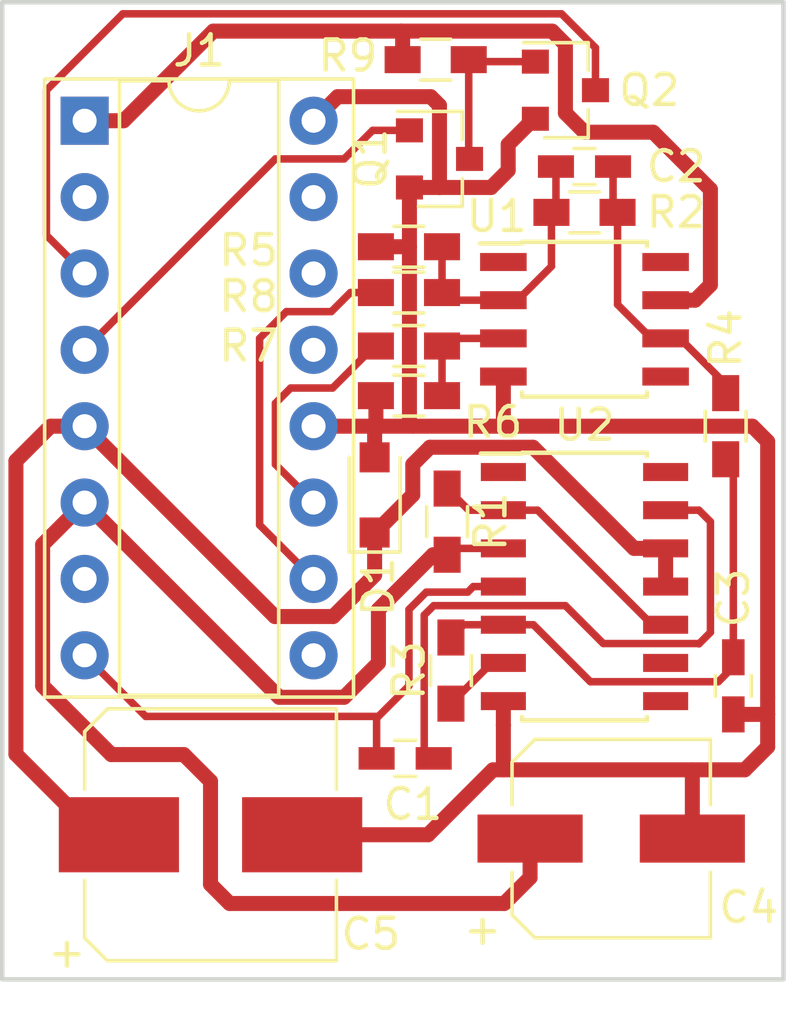
<source format=kicad_pcb>
(kicad_pcb (version 20171130) (host pcbnew "(5.0.0)")

  (general
    (thickness 1.6)
    (drawings 4)
    (tracks 177)
    (zones 0)
    (modules 20)
    (nets 31)
  )

  (page A4)
  (layers
    (0 F.Cu signal)
    (31 B.Cu signal)
    (32 B.Adhes user)
    (33 F.Adhes user)
    (34 B.Paste user)
    (35 F.Paste user)
    (36 B.SilkS user)
    (37 F.SilkS user)
    (38 B.Mask user)
    (39 F.Mask user)
    (40 Dwgs.User user)
    (41 Cmts.User user)
    (42 Eco1.User user)
    (43 Eco2.User user)
    (44 Edge.Cuts user)
    (45 Margin user)
    (46 B.CrtYd user)
    (47 F.CrtYd user)
    (48 B.Fab user hide)
    (49 F.Fab user hide)
  )

  (setup
    (last_trace_width 0.5)
    (user_trace_width 0.35)
    (user_trace_width 0.5)
    (trace_clearance 0.2)
    (zone_clearance 0.508)
    (zone_45_only no)
    (trace_min 0.2)
    (segment_width 0.2)
    (edge_width 0.15)
    (via_size 0.8)
    (via_drill 0.4)
    (via_min_size 0.4)
    (via_min_drill 0.3)
    (uvia_size 0.3)
    (uvia_drill 0.1)
    (uvias_allowed no)
    (uvia_min_size 0.2)
    (uvia_min_drill 0.1)
    (pcb_text_width 0.3)
    (pcb_text_size 1.5 1.5)
    (mod_edge_width 0.15)
    (mod_text_size 1 1)
    (mod_text_width 0.15)
    (pad_size 1.524 1.524)
    (pad_drill 0.762)
    (pad_to_mask_clearance 0.2)
    (aux_axis_origin 0 0)
    (visible_elements FFFFFF7F)
    (pcbplotparams
      (layerselection 0x010fc_ffffffff)
      (usegerberextensions false)
      (usegerberattributes false)
      (usegerberadvancedattributes false)
      (creategerberjobfile false)
      (excludeedgelayer true)
      (linewidth 0.100000)
      (plotframeref false)
      (viasonmask false)
      (mode 1)
      (useauxorigin false)
      (hpglpennumber 1)
      (hpglpenspeed 20)
      (hpglpendiameter 15.000000)
      (psnegative false)
      (psa4output false)
      (plotreference true)
      (plotvalue true)
      (plotinvisibletext false)
      (padsonsilk false)
      (subtractmaskfromsilk false)
      (outputformat 1)
      (mirror false)
      (drillshape 1)
      (scaleselection 1)
      (outputdirectory ""))
  )

  (net 0 "")
  (net 1 TCA530_8)
  (net 2 "Net-(C1-Pad1)")
  (net 3 "Net-(C2-Pad1)")
  (net 4 "Net-(C2-Pad2)")
  (net 5 GND)
  (net 6 VREF)
  (net 7 VCC)
  (net 8 "Net-(J1-Pad15)")
  (net 9 "Net-(J1-Pad7)")
  (net 10 "Net-(J1-Pad14)")
  (net 11 TCA530_6)
  (net 12 "Net-(J1-Pad13)")
  (net 13 TCA530_4)
  (net 14 TCA530_11)
  (net 15 TCA530_3)
  (net 16 TCA530_10)
  (net 17 "Net-(J1-Pad2)")
  (net 18 "Net-(J1-Pad9)")
  (net 19 +15V)
  (net 20 "Net-(Q1-Pad3)")
  (net 21 "Net-(R3-Pad2)")
  (net 22 "Net-(R6-Pad1)")
  (net 23 "Net-(U1-Pad8)")
  (net 24 "Net-(U1-Pad5)")
  (net 25 "Net-(U1-Pad1)")
  (net 26 "Net-(U2-Pad14)")
  (net 27 "Net-(U2-Pad9)")
  (net 28 "Net-(U2-Pad8)")
  (net 29 "Net-(U2-Pad1)")
  (net 30 "Net-(R1-Pad1)")

  (net_class Default "This is the default net class."
    (clearance 0.2)
    (trace_width 0.25)
    (via_dia 0.8)
    (via_drill 0.4)
    (uvia_dia 0.3)
    (uvia_drill 0.1)
    (add_net +15V)
    (add_net GND)
    (add_net "Net-(C1-Pad1)")
    (add_net "Net-(C2-Pad1)")
    (add_net "Net-(C2-Pad2)")
    (add_net "Net-(J1-Pad13)")
    (add_net "Net-(J1-Pad14)")
    (add_net "Net-(J1-Pad15)")
    (add_net "Net-(J1-Pad2)")
    (add_net "Net-(J1-Pad7)")
    (add_net "Net-(J1-Pad9)")
    (add_net "Net-(Q1-Pad3)")
    (add_net "Net-(R1-Pad1)")
    (add_net "Net-(R3-Pad2)")
    (add_net "Net-(R6-Pad1)")
    (add_net "Net-(U1-Pad1)")
    (add_net "Net-(U1-Pad5)")
    (add_net "Net-(U1-Pad8)")
    (add_net "Net-(U2-Pad1)")
    (add_net "Net-(U2-Pad14)")
    (add_net "Net-(U2-Pad8)")
    (add_net "Net-(U2-Pad9)")
    (add_net TCA530_10)
    (add_net TCA530_11)
    (add_net TCA530_3)
    (add_net TCA530_4)
    (add_net TCA530_6)
    (add_net TCA530_8)
    (add_net VCC)
    (add_net VREF)
  )

  (module Capacitors_SMD:C_0603_HandSoldering (layer F.Cu) (tedit 58AA848B) (tstamp 5C68E6A2)
    (at 33.909 57.15 180)
    (descr "Capacitor SMD 0603, hand soldering")
    (tags "capacitor 0603")
    (path /5C9424D4)
    (attr smd)
    (fp_text reference C1 (at -0.254 -1.524 180) (layer F.SilkS)
      (effects (font (size 1 1) (thickness 0.15)))
    )
    (fp_text value 100pF (at 0 1.5 180) (layer F.Fab)
      (effects (font (size 1 1) (thickness 0.15)))
    )
    (fp_line (start 1.8 0.65) (end -1.8 0.65) (layer F.CrtYd) (width 0.05))
    (fp_line (start 1.8 0.65) (end 1.8 -0.65) (layer F.CrtYd) (width 0.05))
    (fp_line (start -1.8 -0.65) (end -1.8 0.65) (layer F.CrtYd) (width 0.05))
    (fp_line (start -1.8 -0.65) (end 1.8 -0.65) (layer F.CrtYd) (width 0.05))
    (fp_line (start 0.35 0.6) (end -0.35 0.6) (layer F.SilkS) (width 0.12))
    (fp_line (start -0.35 -0.6) (end 0.35 -0.6) (layer F.SilkS) (width 0.12))
    (fp_line (start -0.8 -0.4) (end 0.8 -0.4) (layer F.Fab) (width 0.1))
    (fp_line (start 0.8 -0.4) (end 0.8 0.4) (layer F.Fab) (width 0.1))
    (fp_line (start 0.8 0.4) (end -0.8 0.4) (layer F.Fab) (width 0.1))
    (fp_line (start -0.8 0.4) (end -0.8 -0.4) (layer F.Fab) (width 0.1))
    (fp_text user %R (at 0 -1.25 180) (layer F.Fab)
      (effects (font (size 1 1) (thickness 0.15)))
    )
    (pad 2 smd rect (at 0.95 0 180) (size 1.2 0.75) (layers F.Cu F.Paste F.Mask)
      (net 1 TCA530_8))
    (pad 1 smd rect (at -0.95 0 180) (size 1.2 0.75) (layers F.Cu F.Paste F.Mask)
      (net 2 "Net-(C1-Pad1)"))
    (model Capacitors_SMD.3dshapes/C_0603.wrl
      (at (xyz 0 0 0))
      (scale (xyz 1 1 1))
      (rotate (xyz 0 0 0))
    )
  )

  (module Capacitors_SMD:C_0603_HandSoldering (layer F.Cu) (tedit 58AA848B) (tstamp 5C68E6B3)
    (at 39.878 37.465 180)
    (descr "Capacitor SMD 0603, hand soldering")
    (tags "capacitor 0603")
    (path /5C942536)
    (attr smd)
    (fp_text reference C2 (at -3.048 0 180) (layer F.SilkS)
      (effects (font (size 1 1) (thickness 0.15)))
    )
    (fp_text value 1nF (at 0 1.5 180) (layer F.Fab)
      (effects (font (size 1 1) (thickness 0.15)))
    )
    (fp_text user %R (at 0 -1.25 180) (layer F.Fab)
      (effects (font (size 1 1) (thickness 0.15)))
    )
    (fp_line (start -0.8 0.4) (end -0.8 -0.4) (layer F.Fab) (width 0.1))
    (fp_line (start 0.8 0.4) (end -0.8 0.4) (layer F.Fab) (width 0.1))
    (fp_line (start 0.8 -0.4) (end 0.8 0.4) (layer F.Fab) (width 0.1))
    (fp_line (start -0.8 -0.4) (end 0.8 -0.4) (layer F.Fab) (width 0.1))
    (fp_line (start -0.35 -0.6) (end 0.35 -0.6) (layer F.SilkS) (width 0.12))
    (fp_line (start 0.35 0.6) (end -0.35 0.6) (layer F.SilkS) (width 0.12))
    (fp_line (start -1.8 -0.65) (end 1.8 -0.65) (layer F.CrtYd) (width 0.05))
    (fp_line (start -1.8 -0.65) (end -1.8 0.65) (layer F.CrtYd) (width 0.05))
    (fp_line (start 1.8 0.65) (end 1.8 -0.65) (layer F.CrtYd) (width 0.05))
    (fp_line (start 1.8 0.65) (end -1.8 0.65) (layer F.CrtYd) (width 0.05))
    (pad 1 smd rect (at -0.95 0 180) (size 1.2 0.75) (layers F.Cu F.Paste F.Mask)
      (net 3 "Net-(C2-Pad1)"))
    (pad 2 smd rect (at 0.95 0 180) (size 1.2 0.75) (layers F.Cu F.Paste F.Mask)
      (net 4 "Net-(C2-Pad2)"))
    (model Capacitors_SMD.3dshapes/C_0603.wrl
      (at (xyz 0 0 0))
      (scale (xyz 1 1 1))
      (rotate (xyz 0 0 0))
    )
  )

  (module Capacitors_SMD:C_0603_HandSoldering (layer F.Cu) (tedit 58AA848B) (tstamp 5C68E6C4)
    (at 44.831 54.737 270)
    (descr "Capacitor SMD 0603, hand soldering")
    (tags "capacitor 0603")
    (path /5C942006)
    (attr smd)
    (fp_text reference C3 (at -2.921 0 270) (layer F.SilkS)
      (effects (font (size 1 1) (thickness 0.15)))
    )
    (fp_text value 10uF/16V (at 0 1.5 270) (layer F.Fab)
      (effects (font (size 1 1) (thickness 0.15)))
    )
    (fp_line (start 1.8 0.65) (end -1.8 0.65) (layer F.CrtYd) (width 0.05))
    (fp_line (start 1.8 0.65) (end 1.8 -0.65) (layer F.CrtYd) (width 0.05))
    (fp_line (start -1.8 -0.65) (end -1.8 0.65) (layer F.CrtYd) (width 0.05))
    (fp_line (start -1.8 -0.65) (end 1.8 -0.65) (layer F.CrtYd) (width 0.05))
    (fp_line (start 0.35 0.6) (end -0.35 0.6) (layer F.SilkS) (width 0.12))
    (fp_line (start -0.35 -0.6) (end 0.35 -0.6) (layer F.SilkS) (width 0.12))
    (fp_line (start -0.8 -0.4) (end 0.8 -0.4) (layer F.Fab) (width 0.1))
    (fp_line (start 0.8 -0.4) (end 0.8 0.4) (layer F.Fab) (width 0.1))
    (fp_line (start 0.8 0.4) (end -0.8 0.4) (layer F.Fab) (width 0.1))
    (fp_line (start -0.8 0.4) (end -0.8 -0.4) (layer F.Fab) (width 0.1))
    (fp_text user %R (at 0 -1.25 270) (layer F.Fab)
      (effects (font (size 1 1) (thickness 0.15)))
    )
    (pad 2 smd rect (at 0.95 0 270) (size 1.2 0.75) (layers F.Cu F.Paste F.Mask)
      (net 5 GND))
    (pad 1 smd rect (at -0.95 0 270) (size 1.2 0.75) (layers F.Cu F.Paste F.Mask)
      (net 6 VREF))
    (model Capacitors_SMD.3dshapes/C_0603.wrl
      (at (xyz 0 0 0))
      (scale (xyz 1 1 1))
      (rotate (xyz 0 0 0))
    )
  )

  (module Capacitors_SMD:CP_Elec_6.3x5.3 (layer F.Cu) (tedit 58AA8B2D) (tstamp 5C68E6E0)
    (at 40.767 59.817)
    (descr "SMT capacitor, aluminium electrolytic, 6.3x5.3")
    (path /5C9420D0)
    (attr smd)
    (fp_text reference C4 (at 4.572 2.286) (layer F.SilkS)
      (effects (font (size 1 1) (thickness 0.15)))
    )
    (fp_text value 10uF/50V (at 0 -4.56) (layer F.Fab)
      (effects (font (size 1 1) (thickness 0.15)))
    )
    (fp_line (start 4.7 3.4) (end -4.7 3.4) (layer F.CrtYd) (width 0.05))
    (fp_line (start 4.7 3.4) (end 4.7 -3.4) (layer F.CrtYd) (width 0.05))
    (fp_line (start -4.7 -3.4) (end -4.7 3.4) (layer F.CrtYd) (width 0.05))
    (fp_line (start -4.7 -3.4) (end 4.7 -3.4) (layer F.CrtYd) (width 0.05))
    (fp_line (start -2.54 -3.3) (end 3.3 -3.3) (layer F.SilkS) (width 0.12))
    (fp_line (start -3.3 -2.54) (end -2.54 -3.3) (layer F.SilkS) (width 0.12))
    (fp_line (start -2.54 3.3) (end -3.3 2.54) (layer F.SilkS) (width 0.12))
    (fp_line (start 3.3 3.3) (end -2.54 3.3) (layer F.SilkS) (width 0.12))
    (fp_line (start -3.3 -2.54) (end -3.3 -1.12) (layer F.SilkS) (width 0.12))
    (fp_line (start -3.3 2.54) (end -3.3 1.12) (layer F.SilkS) (width 0.12))
    (fp_line (start 3.3 -3.3) (end 3.3 -1.12) (layer F.SilkS) (width 0.12))
    (fp_line (start 3.3 3.3) (end 3.3 1.12) (layer F.SilkS) (width 0.12))
    (fp_line (start 3.15 -3.15) (end -2.48 -3.15) (layer F.Fab) (width 0.1))
    (fp_line (start -2.48 -3.15) (end -3.15 -2.48) (layer F.Fab) (width 0.1))
    (fp_line (start -3.15 -2.48) (end -3.15 2.48) (layer F.Fab) (width 0.1))
    (fp_line (start -3.15 2.48) (end -2.48 3.15) (layer F.Fab) (width 0.1))
    (fp_line (start -2.48 3.15) (end 3.15 3.15) (layer F.Fab) (width 0.1))
    (fp_line (start 3.15 3.15) (end 3.15 -3.15) (layer F.Fab) (width 0.1))
    (fp_text user %R (at 0 4.56) (layer F.Fab)
      (effects (font (size 1 1) (thickness 0.15)))
    )
    (fp_text user + (at -4.28 3.01) (layer F.SilkS)
      (effects (font (size 1 1) (thickness 0.15)))
    )
    (fp_text user + (at -1.75 -0.08) (layer F.Fab)
      (effects (font (size 1 1) (thickness 0.15)))
    )
    (fp_circle (center 0 0) (end 0.6 3) (layer F.Fab) (width 0.1))
    (pad 2 smd rect (at 2.7 0 180) (size 3.5 1.6) (layers F.Cu F.Paste F.Mask)
      (net 5 GND))
    (pad 1 smd rect (at -2.7 0 180) (size 3.5 1.6) (layers F.Cu F.Paste F.Mask)
      (net 11 TCA530_6))
    (model Capacitors_SMD.3dshapes/CP_Elec_6.3x5.3.wrl
      (at (xyz 0 0 0))
      (scale (xyz 1 1 1))
      (rotate (xyz 0 0 180))
    )
  )

  (module Capacitors_SMD:CP_Elec_8x10 (layer F.Cu) (tedit 58AA9153) (tstamp 5C68E6FC)
    (at 27.432 59.69)
    (descr "SMT capacitor, aluminium electrolytic, 8x10")
    (path /5C942219)
    (attr smd)
    (fp_text reference C5 (at 5.334 3.302 180) (layer F.SilkS)
      (effects (font (size 1 1) (thickness 0.15)))
    )
    (fp_text value 47uF/50V (at 0 -5.45) (layer F.Fab)
      (effects (font (size 1 1) (thickness 0.15)))
    )
    (fp_line (start 5.3 4.29) (end -5.3 4.29) (layer F.CrtYd) (width 0.05))
    (fp_line (start 5.3 4.29) (end 5.3 -4.29) (layer F.CrtYd) (width 0.05))
    (fp_line (start -5.3 -4.29) (end -5.3 4.29) (layer F.CrtYd) (width 0.05))
    (fp_line (start -5.3 -4.29) (end 5.3 -4.29) (layer F.CrtYd) (width 0.05))
    (fp_line (start -3.43 -4.19) (end 4.19 -4.19) (layer F.SilkS) (width 0.12))
    (fp_line (start -4.19 -3.43) (end -3.43 -4.19) (layer F.SilkS) (width 0.12))
    (fp_line (start -3.43 4.19) (end -4.19 3.43) (layer F.SilkS) (width 0.12))
    (fp_line (start 4.19 4.19) (end -3.43 4.19) (layer F.SilkS) (width 0.12))
    (fp_line (start -4.19 3.43) (end -4.19 1.51) (layer F.SilkS) (width 0.12))
    (fp_line (start -4.19 -3.43) (end -4.19 -1.51) (layer F.SilkS) (width 0.12))
    (fp_line (start 4.19 -4.19) (end 4.19 -1.51) (layer F.SilkS) (width 0.12))
    (fp_line (start 4.19 4.19) (end 4.19 1.51) (layer F.SilkS) (width 0.12))
    (fp_line (start 4.04 -4.04) (end -3.37 -4.04) (layer F.Fab) (width 0.1))
    (fp_line (start -3.37 -4.04) (end -4.04 -3.37) (layer F.Fab) (width 0.1))
    (fp_line (start -4.04 -3.37) (end -4.04 3.37) (layer F.Fab) (width 0.1))
    (fp_line (start -4.04 3.37) (end -3.37 4.04) (layer F.Fab) (width 0.1))
    (fp_line (start -3.37 4.04) (end 4.04 4.04) (layer F.Fab) (width 0.1))
    (fp_line (start 4.04 4.04) (end 4.04 -4.04) (layer F.Fab) (width 0.1))
    (fp_text user %R (at 0 5.45) (layer F.Fab)
      (effects (font (size 1 1) (thickness 0.15)))
    )
    (fp_text user + (at -4.78 3.9) (layer F.SilkS)
      (effects (font (size 1 1) (thickness 0.15)))
    )
    (fp_text user + (at -2.31 -0.08) (layer F.Fab)
      (effects (font (size 1 1) (thickness 0.15)))
    )
    (fp_circle (center 0 0) (end -0.6 3.9) (layer F.Fab) (width 0.1))
    (pad 2 smd rect (at 3.05 0 180) (size 4 2.5) (layers F.Cu F.Paste F.Mask)
      (net 5 GND))
    (pad 1 smd rect (at -3.05 0 180) (size 4 2.5) (layers F.Cu F.Paste F.Mask)
      (net 7 VCC))
    (model Capacitors_SMD.3dshapes/CP_Elec_8x10.wrl
      (at (xyz 0 0 0))
      (scale (xyz 1 1 1))
      (rotate (xyz 0 0 180))
    )
  )

  (module Diodes_SMD:D_SOD-323_HandSoldering (layer F.Cu) (tedit 58641869) (tstamp 5C68E714)
    (at 32.893 48.387 90)
    (descr SOD-323)
    (tags SOD-323)
    (path /5C9422A2)
    (attr smd)
    (fp_text reference D1 (at -3.048 0.127 90) (layer F.SilkS)
      (effects (font (size 1 1) (thickness 0.15)))
    )
    (fp_text value PZU33V (at 0.1 1.9 90) (layer F.Fab)
      (effects (font (size 1 1) (thickness 0.15)))
    )
    (fp_line (start -1.9 -0.85) (end 1.25 -0.85) (layer F.SilkS) (width 0.12))
    (fp_line (start -1.9 0.85) (end 1.25 0.85) (layer F.SilkS) (width 0.12))
    (fp_line (start -2 -0.95) (end -2 0.95) (layer F.CrtYd) (width 0.05))
    (fp_line (start -2 0.95) (end 2 0.95) (layer F.CrtYd) (width 0.05))
    (fp_line (start 2 -0.95) (end 2 0.95) (layer F.CrtYd) (width 0.05))
    (fp_line (start -2 -0.95) (end 2 -0.95) (layer F.CrtYd) (width 0.05))
    (fp_line (start -0.9 -0.7) (end 0.9 -0.7) (layer F.Fab) (width 0.1))
    (fp_line (start 0.9 -0.7) (end 0.9 0.7) (layer F.Fab) (width 0.1))
    (fp_line (start 0.9 0.7) (end -0.9 0.7) (layer F.Fab) (width 0.1))
    (fp_line (start -0.9 0.7) (end -0.9 -0.7) (layer F.Fab) (width 0.1))
    (fp_line (start -0.3 -0.35) (end -0.3 0.35) (layer F.Fab) (width 0.1))
    (fp_line (start -0.3 0) (end -0.5 0) (layer F.Fab) (width 0.1))
    (fp_line (start -0.3 0) (end 0.2 -0.35) (layer F.Fab) (width 0.1))
    (fp_line (start 0.2 -0.35) (end 0.2 0.35) (layer F.Fab) (width 0.1))
    (fp_line (start 0.2 0.35) (end -0.3 0) (layer F.Fab) (width 0.1))
    (fp_line (start 0.2 0) (end 0.45 0) (layer F.Fab) (width 0.1))
    (fp_line (start -1.9 -0.85) (end -1.9 0.85) (layer F.SilkS) (width 0.12))
    (fp_text user %R (at 0 -1.85 90) (layer F.Fab)
      (effects (font (size 1 1) (thickness 0.15)))
    )
    (pad 2 smd rect (at 1.25 0 90) (size 1 1) (layers F.Cu F.Paste F.Mask)
      (net 5 GND))
    (pad 1 smd rect (at -1.25 0 90) (size 1 1) (layers F.Cu F.Paste F.Mask)
      (net 7 VCC))
    (model ${KISYS3DMOD}/Diodes_SMD.3dshapes/D_SOD-323.wrl
      (at (xyz 0 0 0))
      (scale (xyz 1 1 1))
      (rotate (xyz 0 0 0))
    )
  )

  (module TO_SOT_Packages_SMD:SOT-23 (layer F.Cu) (tedit 58CE4E7E) (tstamp 5C68E74D)
    (at 35.052 37.211)
    (descr "SOT-23, Standard")
    (tags SOT-23)
    (path /5C9418B0)
    (attr smd)
    (fp_text reference Q1 (at -2.286 0 90) (layer F.SilkS)
      (effects (font (size 1 1) (thickness 0.15)))
    )
    (fp_text value BC846B (at 0 2.5) (layer F.Fab)
      (effects (font (size 1 1) (thickness 0.15)))
    )
    (fp_line (start 0.76 1.58) (end -0.7 1.58) (layer F.SilkS) (width 0.12))
    (fp_line (start 0.76 -1.58) (end -1.4 -1.58) (layer F.SilkS) (width 0.12))
    (fp_line (start -1.7 1.75) (end -1.7 -1.75) (layer F.CrtYd) (width 0.05))
    (fp_line (start 1.7 1.75) (end -1.7 1.75) (layer F.CrtYd) (width 0.05))
    (fp_line (start 1.7 -1.75) (end 1.7 1.75) (layer F.CrtYd) (width 0.05))
    (fp_line (start -1.7 -1.75) (end 1.7 -1.75) (layer F.CrtYd) (width 0.05))
    (fp_line (start 0.76 -1.58) (end 0.76 -0.65) (layer F.SilkS) (width 0.12))
    (fp_line (start 0.76 1.58) (end 0.76 0.65) (layer F.SilkS) (width 0.12))
    (fp_line (start -0.7 1.52) (end 0.7 1.52) (layer F.Fab) (width 0.1))
    (fp_line (start 0.7 -1.52) (end 0.7 1.52) (layer F.Fab) (width 0.1))
    (fp_line (start -0.7 -0.95) (end -0.15 -1.52) (layer F.Fab) (width 0.1))
    (fp_line (start -0.15 -1.52) (end 0.7 -1.52) (layer F.Fab) (width 0.1))
    (fp_line (start -0.7 -0.95) (end -0.7 1.5) (layer F.Fab) (width 0.1))
    (fp_text user %R (at 0 0 90) (layer F.Fab)
      (effects (font (size 0.5 0.5) (thickness 0.075)))
    )
    (pad 3 smd rect (at 1 0) (size 0.9 0.8) (layers F.Cu F.Paste F.Mask)
      (net 20 "Net-(Q1-Pad3)"))
    (pad 2 smd rect (at -1 0.95) (size 0.9 0.8) (layers F.Cu F.Paste F.Mask)
      (net 5 GND))
    (pad 1 smd rect (at -1 -0.95) (size 0.9 0.8) (layers F.Cu F.Paste F.Mask)
      (net 13 TCA530_4))
    (model ${KISYS3DMOD}/TO_SOT_Packages_SMD.3dshapes/SOT-23.wrl
      (at (xyz 0 0 0))
      (scale (xyz 1 1 1))
      (rotate (xyz 0 0 90))
    )
  )

  (module TO_SOT_Packages_SMD:SOT-23 (layer F.Cu) (tedit 58CE4E7E) (tstamp 5C68E762)
    (at 39.243 34.925)
    (descr "SOT-23, Standard")
    (tags SOT-23)
    (path /5C942761)
    (attr smd)
    (fp_text reference Q2 (at 2.794 0) (layer F.SilkS)
      (effects (font (size 1 1) (thickness 0.15)))
    )
    (fp_text value BC846B (at 0 2.5) (layer F.Fab)
      (effects (font (size 1 1) (thickness 0.15)))
    )
    (fp_text user %R (at 0 0 90) (layer F.Fab)
      (effects (font (size 0.5 0.5) (thickness 0.075)))
    )
    (fp_line (start -0.7 -0.95) (end -0.7 1.5) (layer F.Fab) (width 0.1))
    (fp_line (start -0.15 -1.52) (end 0.7 -1.52) (layer F.Fab) (width 0.1))
    (fp_line (start -0.7 -0.95) (end -0.15 -1.52) (layer F.Fab) (width 0.1))
    (fp_line (start 0.7 -1.52) (end 0.7 1.52) (layer F.Fab) (width 0.1))
    (fp_line (start -0.7 1.52) (end 0.7 1.52) (layer F.Fab) (width 0.1))
    (fp_line (start 0.76 1.58) (end 0.76 0.65) (layer F.SilkS) (width 0.12))
    (fp_line (start 0.76 -1.58) (end 0.76 -0.65) (layer F.SilkS) (width 0.12))
    (fp_line (start -1.7 -1.75) (end 1.7 -1.75) (layer F.CrtYd) (width 0.05))
    (fp_line (start 1.7 -1.75) (end 1.7 1.75) (layer F.CrtYd) (width 0.05))
    (fp_line (start 1.7 1.75) (end -1.7 1.75) (layer F.CrtYd) (width 0.05))
    (fp_line (start -1.7 1.75) (end -1.7 -1.75) (layer F.CrtYd) (width 0.05))
    (fp_line (start 0.76 -1.58) (end -1.4 -1.58) (layer F.SilkS) (width 0.12))
    (fp_line (start 0.76 1.58) (end -0.7 1.58) (layer F.SilkS) (width 0.12))
    (pad 1 smd rect (at -1 -0.95) (size 0.9 0.8) (layers F.Cu F.Paste F.Mask)
      (net 20 "Net-(Q1-Pad3)"))
    (pad 2 smd rect (at -1 0.95) (size 0.9 0.8) (layers F.Cu F.Paste F.Mask)
      (net 5 GND))
    (pad 3 smd rect (at 1 0) (size 0.9 0.8) (layers F.Cu F.Paste F.Mask)
      (net 15 TCA530_3))
    (model ${KISYS3DMOD}/TO_SOT_Packages_SMD.3dshapes/SOT-23.wrl
      (at (xyz 0 0 0))
      (scale (xyz 1 1 1))
      (rotate (xyz 0 0 90))
    )
  )

  (module Resistors_SMD:R_0603_HandSoldering (layer F.Cu) (tedit 58E0A804) (tstamp 5C68F0B8)
    (at 35.306 49.276 270)
    (descr "Resistor SMD 0603, hand soldering")
    (tags "resistor 0603")
    (path /5C94234D)
    (attr smd)
    (fp_text reference R1 (at 0 -1.45 270) (layer F.SilkS)
      (effects (font (size 1 1) (thickness 0.15)))
    )
    (fp_text value 6R8 (at 0 1.55 270) (layer F.Fab)
      (effects (font (size 1 1) (thickness 0.15)))
    )
    (fp_line (start 1.95 0.7) (end -1.96 0.7) (layer F.CrtYd) (width 0.05))
    (fp_line (start 1.95 0.7) (end 1.95 -0.7) (layer F.CrtYd) (width 0.05))
    (fp_line (start -1.96 -0.7) (end -1.96 0.7) (layer F.CrtYd) (width 0.05))
    (fp_line (start -1.96 -0.7) (end 1.95 -0.7) (layer F.CrtYd) (width 0.05))
    (fp_line (start -0.5 -0.68) (end 0.5 -0.68) (layer F.SilkS) (width 0.12))
    (fp_line (start 0.5 0.68) (end -0.5 0.68) (layer F.SilkS) (width 0.12))
    (fp_line (start -0.8 -0.4) (end 0.8 -0.4) (layer F.Fab) (width 0.1))
    (fp_line (start 0.8 -0.4) (end 0.8 0.4) (layer F.Fab) (width 0.1))
    (fp_line (start 0.8 0.4) (end -0.8 0.4) (layer F.Fab) (width 0.1))
    (fp_line (start -0.8 0.4) (end -0.8 -0.4) (layer F.Fab) (width 0.1))
    (fp_text user %R (at 0 0 270) (layer F.Fab)
      (effects (font (size 0.4 0.4) (thickness 0.075)))
    )
    (pad 2 smd rect (at 1.1 0 270) (size 1.2 0.9) (layers F.Cu F.Paste F.Mask)
      (net 11 TCA530_6))
    (pad 1 smd rect (at -1.1 0 270) (size 1.2 0.9) (layers F.Cu F.Paste F.Mask)
      (net 30 "Net-(R1-Pad1)"))
    (model ${KISYS3DMOD}/Resistors_SMD.3dshapes/R_0603.wrl
      (at (xyz 0 0 0))
      (scale (xyz 1 1 1))
      (rotate (xyz 0 0 0))
    )
  )

  (module Resistors_SMD:R_0603_HandSoldering (layer F.Cu) (tedit 58E0A804) (tstamp 5C68E784)
    (at 39.878 38.989 180)
    (descr "Resistor SMD 0603, hand soldering")
    (tags "resistor 0603")
    (path /5C941C3D)
    (attr smd)
    (fp_text reference R2 (at -3.048 0 180) (layer F.SilkS)
      (effects (font (size 1 1) (thickness 0.15)))
    )
    (fp_text value 100K (at 0 1.55 180) (layer F.Fab)
      (effects (font (size 1 1) (thickness 0.15)))
    )
    (fp_line (start 1.95 0.7) (end -1.96 0.7) (layer F.CrtYd) (width 0.05))
    (fp_line (start 1.95 0.7) (end 1.95 -0.7) (layer F.CrtYd) (width 0.05))
    (fp_line (start -1.96 -0.7) (end -1.96 0.7) (layer F.CrtYd) (width 0.05))
    (fp_line (start -1.96 -0.7) (end 1.95 -0.7) (layer F.CrtYd) (width 0.05))
    (fp_line (start -0.5 -0.68) (end 0.5 -0.68) (layer F.SilkS) (width 0.12))
    (fp_line (start 0.5 0.68) (end -0.5 0.68) (layer F.SilkS) (width 0.12))
    (fp_line (start -0.8 -0.4) (end 0.8 -0.4) (layer F.Fab) (width 0.1))
    (fp_line (start 0.8 -0.4) (end 0.8 0.4) (layer F.Fab) (width 0.1))
    (fp_line (start 0.8 0.4) (end -0.8 0.4) (layer F.Fab) (width 0.1))
    (fp_line (start -0.8 0.4) (end -0.8 -0.4) (layer F.Fab) (width 0.1))
    (fp_text user %R (at 0 0 180) (layer F.Fab)
      (effects (font (size 0.4 0.4) (thickness 0.075)))
    )
    (pad 2 smd rect (at 1.1 0 180) (size 1.2 0.9) (layers F.Cu F.Paste F.Mask)
      (net 4 "Net-(C2-Pad2)"))
    (pad 1 smd rect (at -1.1 0 180) (size 1.2 0.9) (layers F.Cu F.Paste F.Mask)
      (net 3 "Net-(C2-Pad1)"))
    (model ${KISYS3DMOD}/Resistors_SMD.3dshapes/R_0603.wrl
      (at (xyz 0 0 0))
      (scale (xyz 1 1 1))
      (rotate (xyz 0 0 0))
    )
  )

  (module Resistors_SMD:R_0603_HandSoldering (layer F.Cu) (tedit 58E0A804) (tstamp 5C68E795)
    (at 35.433 54.229 270)
    (descr "Resistor SMD 0603, hand soldering")
    (tags "resistor 0603")
    (path /5C941F61)
    (attr smd)
    (fp_text reference R3 (at 0 1.397 270) (layer F.SilkS)
      (effects (font (size 1 1) (thickness 0.15)))
    )
    (fp_text value 1K (at 0 1.55 270) (layer F.Fab)
      (effects (font (size 1 1) (thickness 0.15)))
    )
    (fp_line (start 1.95 0.7) (end -1.96 0.7) (layer F.CrtYd) (width 0.05))
    (fp_line (start 1.95 0.7) (end 1.95 -0.7) (layer F.CrtYd) (width 0.05))
    (fp_line (start -1.96 -0.7) (end -1.96 0.7) (layer F.CrtYd) (width 0.05))
    (fp_line (start -1.96 -0.7) (end 1.95 -0.7) (layer F.CrtYd) (width 0.05))
    (fp_line (start -0.5 -0.68) (end 0.5 -0.68) (layer F.SilkS) (width 0.12))
    (fp_line (start 0.5 0.68) (end -0.5 0.68) (layer F.SilkS) (width 0.12))
    (fp_line (start -0.8 -0.4) (end 0.8 -0.4) (layer F.Fab) (width 0.1))
    (fp_line (start 0.8 -0.4) (end 0.8 0.4) (layer F.Fab) (width 0.1))
    (fp_line (start 0.8 0.4) (end -0.8 0.4) (layer F.Fab) (width 0.1))
    (fp_line (start -0.8 0.4) (end -0.8 -0.4) (layer F.Fab) (width 0.1))
    (fp_text user %R (at 0 0 270) (layer F.Fab)
      (effects (font (size 0.4 0.4) (thickness 0.075)))
    )
    (pad 2 smd rect (at 1.1 0 270) (size 1.2 0.9) (layers F.Cu F.Paste F.Mask)
      (net 21 "Net-(R3-Pad2)"))
    (pad 1 smd rect (at -1.1 0 270) (size 1.2 0.9) (layers F.Cu F.Paste F.Mask)
      (net 6 VREF))
    (model ${KISYS3DMOD}/Resistors_SMD.3dshapes/R_0603.wrl
      (at (xyz 0 0 0))
      (scale (xyz 1 1 1))
      (rotate (xyz 0 0 0))
    )
  )

  (module Resistors_SMD:R_0603_HandSoldering (layer F.Cu) (tedit 58E0A804) (tstamp 5C68E7A6)
    (at 44.577 46.101 90)
    (descr "Resistor SMD 0603, hand soldering")
    (tags "resistor 0603")
    (path /5C941EBB)
    (attr smd)
    (fp_text reference R4 (at 2.921 0 90) (layer F.SilkS)
      (effects (font (size 1 1) (thickness 0.15)))
    )
    (fp_text value 10K (at 0 1.55 90) (layer F.Fab)
      (effects (font (size 1 1) (thickness 0.15)))
    )
    (fp_text user %R (at 0 0 90) (layer F.Fab)
      (effects (font (size 0.4 0.4) (thickness 0.075)))
    )
    (fp_line (start -0.8 0.4) (end -0.8 -0.4) (layer F.Fab) (width 0.1))
    (fp_line (start 0.8 0.4) (end -0.8 0.4) (layer F.Fab) (width 0.1))
    (fp_line (start 0.8 -0.4) (end 0.8 0.4) (layer F.Fab) (width 0.1))
    (fp_line (start -0.8 -0.4) (end 0.8 -0.4) (layer F.Fab) (width 0.1))
    (fp_line (start 0.5 0.68) (end -0.5 0.68) (layer F.SilkS) (width 0.12))
    (fp_line (start -0.5 -0.68) (end 0.5 -0.68) (layer F.SilkS) (width 0.12))
    (fp_line (start -1.96 -0.7) (end 1.95 -0.7) (layer F.CrtYd) (width 0.05))
    (fp_line (start -1.96 -0.7) (end -1.96 0.7) (layer F.CrtYd) (width 0.05))
    (fp_line (start 1.95 0.7) (end 1.95 -0.7) (layer F.CrtYd) (width 0.05))
    (fp_line (start 1.95 0.7) (end -1.96 0.7) (layer F.CrtYd) (width 0.05))
    (pad 1 smd rect (at -1.1 0 90) (size 1.2 0.9) (layers F.Cu F.Paste F.Mask)
      (net 6 VREF))
    (pad 2 smd rect (at 1.1 0 90) (size 1.2 0.9) (layers F.Cu F.Paste F.Mask)
      (net 3 "Net-(C2-Pad1)"))
    (model ${KISYS3DMOD}/Resistors_SMD.3dshapes/R_0603.wrl
      (at (xyz 0 0 0))
      (scale (xyz 1 1 1))
      (rotate (xyz 0 0 0))
    )
  )

  (module Resistors_SMD:R_0603_HandSoldering (layer F.Cu) (tedit 58E0A804) (tstamp 5C68E7B7)
    (at 34.036 40.132 180)
    (descr "Resistor SMD 0603, hand soldering")
    (tags "resistor 0603")
    (path /5C941B29)
    (attr smd)
    (fp_text reference R5 (at 5.334 -0.127 180) (layer F.SilkS)
      (effects (font (size 1 1) (thickness 0.15)))
    )
    (fp_text value 1M (at 0 1.55 180) (layer F.Fab)
      (effects (font (size 1 1) (thickness 0.15)))
    )
    (fp_text user %R (at 0 0 180) (layer F.Fab)
      (effects (font (size 0.4 0.4) (thickness 0.075)))
    )
    (fp_line (start -0.8 0.4) (end -0.8 -0.4) (layer F.Fab) (width 0.1))
    (fp_line (start 0.8 0.4) (end -0.8 0.4) (layer F.Fab) (width 0.1))
    (fp_line (start 0.8 -0.4) (end 0.8 0.4) (layer F.Fab) (width 0.1))
    (fp_line (start -0.8 -0.4) (end 0.8 -0.4) (layer F.Fab) (width 0.1))
    (fp_line (start 0.5 0.68) (end -0.5 0.68) (layer F.SilkS) (width 0.12))
    (fp_line (start -0.5 -0.68) (end 0.5 -0.68) (layer F.SilkS) (width 0.12))
    (fp_line (start -1.96 -0.7) (end 1.95 -0.7) (layer F.CrtYd) (width 0.05))
    (fp_line (start -1.96 -0.7) (end -1.96 0.7) (layer F.CrtYd) (width 0.05))
    (fp_line (start 1.95 0.7) (end 1.95 -0.7) (layer F.CrtYd) (width 0.05))
    (fp_line (start 1.95 0.7) (end -1.96 0.7) (layer F.CrtYd) (width 0.05))
    (pad 1 smd rect (at -1.1 0 180) (size 1.2 0.9) (layers F.Cu F.Paste F.Mask)
      (net 4 "Net-(C2-Pad2)"))
    (pad 2 smd rect (at 1.1 0 180) (size 1.2 0.9) (layers F.Cu F.Paste F.Mask)
      (net 5 GND))
    (model ${KISYS3DMOD}/Resistors_SMD.3dshapes/R_0603.wrl
      (at (xyz 0 0 0))
      (scale (xyz 1 1 1))
      (rotate (xyz 0 0 0))
    )
  )

  (module Resistors_SMD:R_0603_HandSoldering (layer F.Cu) (tedit 58E0A804) (tstamp 5C68E7C8)
    (at 34.036 45.085 180)
    (descr "Resistor SMD 0603, hand soldering")
    (tags "resistor 0603")
    (path /5C941A63)
    (attr smd)
    (fp_text reference R6 (at -2.794 -0.889 180) (layer F.SilkS)
      (effects (font (size 1 1) (thickness 0.15)))
    )
    (fp_text value 1M (at 0 1.55 180) (layer F.Fab)
      (effects (font (size 1 1) (thickness 0.15)))
    )
    (fp_line (start 1.95 0.7) (end -1.96 0.7) (layer F.CrtYd) (width 0.05))
    (fp_line (start 1.95 0.7) (end 1.95 -0.7) (layer F.CrtYd) (width 0.05))
    (fp_line (start -1.96 -0.7) (end -1.96 0.7) (layer F.CrtYd) (width 0.05))
    (fp_line (start -1.96 -0.7) (end 1.95 -0.7) (layer F.CrtYd) (width 0.05))
    (fp_line (start -0.5 -0.68) (end 0.5 -0.68) (layer F.SilkS) (width 0.12))
    (fp_line (start 0.5 0.68) (end -0.5 0.68) (layer F.SilkS) (width 0.12))
    (fp_line (start -0.8 -0.4) (end 0.8 -0.4) (layer F.Fab) (width 0.1))
    (fp_line (start 0.8 -0.4) (end 0.8 0.4) (layer F.Fab) (width 0.1))
    (fp_line (start 0.8 0.4) (end -0.8 0.4) (layer F.Fab) (width 0.1))
    (fp_line (start -0.8 0.4) (end -0.8 -0.4) (layer F.Fab) (width 0.1))
    (fp_text user %R (at 0 0 180) (layer F.Fab)
      (effects (font (size 0.4 0.4) (thickness 0.075)))
    )
    (pad 2 smd rect (at 1.1 0 180) (size 1.2 0.9) (layers F.Cu F.Paste F.Mask)
      (net 5 GND))
    (pad 1 smd rect (at -1.1 0 180) (size 1.2 0.9) (layers F.Cu F.Paste F.Mask)
      (net 22 "Net-(R6-Pad1)"))
    (model ${KISYS3DMOD}/Resistors_SMD.3dshapes/R_0603.wrl
      (at (xyz 0 0 0))
      (scale (xyz 1 1 1))
      (rotate (xyz 0 0 0))
    )
  )

  (module Resistors_SMD:R_0603_HandSoldering (layer F.Cu) (tedit 58E0A804) (tstamp 5C68E7D9)
    (at 34.036 43.434 180)
    (descr "Resistor SMD 0603, hand soldering")
    (tags "resistor 0603")
    (path /5C941D4C)
    (attr smd)
    (fp_text reference R7 (at 5.334 0 180) (layer F.SilkS)
      (effects (font (size 1 1) (thickness 0.15)))
    )
    (fp_text value 47K (at 0 1.55 180) (layer F.Fab)
      (effects (font (size 1 1) (thickness 0.15)))
    )
    (fp_text user %R (at 0 0 180) (layer F.Fab)
      (effects (font (size 0.4 0.4) (thickness 0.075)))
    )
    (fp_line (start -0.8 0.4) (end -0.8 -0.4) (layer F.Fab) (width 0.1))
    (fp_line (start 0.8 0.4) (end -0.8 0.4) (layer F.Fab) (width 0.1))
    (fp_line (start 0.8 -0.4) (end 0.8 0.4) (layer F.Fab) (width 0.1))
    (fp_line (start -0.8 -0.4) (end 0.8 -0.4) (layer F.Fab) (width 0.1))
    (fp_line (start 0.5 0.68) (end -0.5 0.68) (layer F.SilkS) (width 0.12))
    (fp_line (start -0.5 -0.68) (end 0.5 -0.68) (layer F.SilkS) (width 0.12))
    (fp_line (start -1.96 -0.7) (end 1.95 -0.7) (layer F.CrtYd) (width 0.05))
    (fp_line (start -1.96 -0.7) (end -1.96 0.7) (layer F.CrtYd) (width 0.05))
    (fp_line (start 1.95 0.7) (end 1.95 -0.7) (layer F.CrtYd) (width 0.05))
    (fp_line (start 1.95 0.7) (end -1.96 0.7) (layer F.CrtYd) (width 0.05))
    (pad 1 smd rect (at -1.1 0 180) (size 1.2 0.9) (layers F.Cu F.Paste F.Mask)
      (net 22 "Net-(R6-Pad1)"))
    (pad 2 smd rect (at 1.1 0 180) (size 1.2 0.9) (layers F.Cu F.Paste F.Mask)
      (net 14 TCA530_11))
    (model ${KISYS3DMOD}/Resistors_SMD.3dshapes/R_0603.wrl
      (at (xyz 0 0 0))
      (scale (xyz 1 1 1))
      (rotate (xyz 0 0 0))
    )
  )

  (module Resistors_SMD:R_0603_HandSoldering (layer F.Cu) (tedit 58E0A804) (tstamp 5C68E7EA)
    (at 34.036 41.656 180)
    (descr "Resistor SMD 0603, hand soldering")
    (tags "resistor 0603")
    (path /5C941E2C)
    (attr smd)
    (fp_text reference R8 (at 5.334 -0.127 180) (layer F.SilkS)
      (effects (font (size 1 1) (thickness 0.15)))
    )
    (fp_text value 47K (at 0 1.55 180) (layer F.Fab)
      (effects (font (size 1 1) (thickness 0.15)))
    )
    (fp_line (start 1.95 0.7) (end -1.96 0.7) (layer F.CrtYd) (width 0.05))
    (fp_line (start 1.95 0.7) (end 1.95 -0.7) (layer F.CrtYd) (width 0.05))
    (fp_line (start -1.96 -0.7) (end -1.96 0.7) (layer F.CrtYd) (width 0.05))
    (fp_line (start -1.96 -0.7) (end 1.95 -0.7) (layer F.CrtYd) (width 0.05))
    (fp_line (start -0.5 -0.68) (end 0.5 -0.68) (layer F.SilkS) (width 0.12))
    (fp_line (start 0.5 0.68) (end -0.5 0.68) (layer F.SilkS) (width 0.12))
    (fp_line (start -0.8 -0.4) (end 0.8 -0.4) (layer F.Fab) (width 0.1))
    (fp_line (start 0.8 -0.4) (end 0.8 0.4) (layer F.Fab) (width 0.1))
    (fp_line (start 0.8 0.4) (end -0.8 0.4) (layer F.Fab) (width 0.1))
    (fp_line (start -0.8 0.4) (end -0.8 -0.4) (layer F.Fab) (width 0.1))
    (fp_text user %R (at 0 0 180) (layer F.Fab)
      (effects (font (size 0.4 0.4) (thickness 0.075)))
    )
    (pad 2 smd rect (at 1.1 0 180) (size 1.2 0.9) (layers F.Cu F.Paste F.Mask)
      (net 16 TCA530_10))
    (pad 1 smd rect (at -1.1 0 180) (size 1.2 0.9) (layers F.Cu F.Paste F.Mask)
      (net 4 "Net-(C2-Pad2)"))
    (model ${KISYS3DMOD}/Resistors_SMD.3dshapes/R_0603.wrl
      (at (xyz 0 0 0))
      (scale (xyz 1 1 1))
      (rotate (xyz 0 0 0))
    )
  )

  (module Resistors_SMD:R_0603_HandSoldering (layer F.Cu) (tedit 58E0A804) (tstamp 5C68E7FB)
    (at 34.925 33.909)
    (descr "Resistor SMD 0603, hand soldering")
    (tags "resistor 0603")
    (path /5C9419B5)
    (attr smd)
    (fp_text reference R9 (at -2.921 -0.127) (layer F.SilkS)
      (effects (font (size 1 1) (thickness 0.15)))
    )
    (fp_text value 15K (at 0 1.55) (layer F.Fab)
      (effects (font (size 1 1) (thickness 0.15)))
    )
    (fp_text user %R (at 0 0) (layer F.Fab)
      (effects (font (size 0.4 0.4) (thickness 0.075)))
    )
    (fp_line (start -0.8 0.4) (end -0.8 -0.4) (layer F.Fab) (width 0.1))
    (fp_line (start 0.8 0.4) (end -0.8 0.4) (layer F.Fab) (width 0.1))
    (fp_line (start 0.8 -0.4) (end 0.8 0.4) (layer F.Fab) (width 0.1))
    (fp_line (start -0.8 -0.4) (end 0.8 -0.4) (layer F.Fab) (width 0.1))
    (fp_line (start 0.5 0.68) (end -0.5 0.68) (layer F.SilkS) (width 0.12))
    (fp_line (start -0.5 -0.68) (end 0.5 -0.68) (layer F.SilkS) (width 0.12))
    (fp_line (start -1.96 -0.7) (end 1.95 -0.7) (layer F.CrtYd) (width 0.05))
    (fp_line (start -1.96 -0.7) (end -1.96 0.7) (layer F.CrtYd) (width 0.05))
    (fp_line (start 1.95 0.7) (end 1.95 -0.7) (layer F.CrtYd) (width 0.05))
    (fp_line (start 1.95 0.7) (end -1.96 0.7) (layer F.CrtYd) (width 0.05))
    (pad 1 smd rect (at -1.1 0) (size 1.2 0.9) (layers F.Cu F.Paste F.Mask)
      (net 19 +15V))
    (pad 2 smd rect (at 1.1 0) (size 1.2 0.9) (layers F.Cu F.Paste F.Mask)
      (net 20 "Net-(Q1-Pad3)"))
    (model ${KISYS3DMOD}/Resistors_SMD.3dshapes/R_0603.wrl
      (at (xyz 0 0 0))
      (scale (xyz 1 1 1))
      (rotate (xyz 0 0 0))
    )
  )

  (module Housings_SOIC:SOIC-8_3.9x4.9mm_Pitch1.27mm (layer F.Cu) (tedit 58CD0CDA) (tstamp 5C68E818)
    (at 39.878 42.545)
    (descr "8-Lead Plastic Small Outline (SN) - Narrow, 3.90 mm Body [SOIC] (see Microchip Packaging Specification 00000049BS.pdf)")
    (tags "SOIC 1.27")
    (path /5C941BD2)
    (attr smd)
    (fp_text reference U1 (at -2.921 -3.429) (layer F.SilkS)
      (effects (font (size 1 1) (thickness 0.15)))
    )
    (fp_text value TL081 (at 0 3.5) (layer F.Fab)
      (effects (font (size 1 1) (thickness 0.15)))
    )
    (fp_line (start -2.075 -2.525) (end -3.475 -2.525) (layer F.SilkS) (width 0.15))
    (fp_line (start -2.075 2.575) (end 2.075 2.575) (layer F.SilkS) (width 0.15))
    (fp_line (start -2.075 -2.575) (end 2.075 -2.575) (layer F.SilkS) (width 0.15))
    (fp_line (start -2.075 2.575) (end -2.075 2.43) (layer F.SilkS) (width 0.15))
    (fp_line (start 2.075 2.575) (end 2.075 2.43) (layer F.SilkS) (width 0.15))
    (fp_line (start 2.075 -2.575) (end 2.075 -2.43) (layer F.SilkS) (width 0.15))
    (fp_line (start -2.075 -2.575) (end -2.075 -2.525) (layer F.SilkS) (width 0.15))
    (fp_line (start -3.73 2.7) (end 3.73 2.7) (layer F.CrtYd) (width 0.05))
    (fp_line (start -3.73 -2.7) (end 3.73 -2.7) (layer F.CrtYd) (width 0.05))
    (fp_line (start 3.73 -2.7) (end 3.73 2.7) (layer F.CrtYd) (width 0.05))
    (fp_line (start -3.73 -2.7) (end -3.73 2.7) (layer F.CrtYd) (width 0.05))
    (fp_line (start -1.95 -1.45) (end -0.95 -2.45) (layer F.Fab) (width 0.1))
    (fp_line (start -1.95 2.45) (end -1.95 -1.45) (layer F.Fab) (width 0.1))
    (fp_line (start 1.95 2.45) (end -1.95 2.45) (layer F.Fab) (width 0.1))
    (fp_line (start 1.95 -2.45) (end 1.95 2.45) (layer F.Fab) (width 0.1))
    (fp_line (start -0.95 -2.45) (end 1.95 -2.45) (layer F.Fab) (width 0.1))
    (fp_text user %R (at 0 0) (layer F.Fab)
      (effects (font (size 1 1) (thickness 0.15)))
    )
    (pad 8 smd rect (at 2.7 -1.905) (size 1.55 0.6) (layers F.Cu F.Paste F.Mask)
      (net 23 "Net-(U1-Pad8)"))
    (pad 7 smd rect (at 2.7 -0.635) (size 1.55 0.6) (layers F.Cu F.Paste F.Mask)
      (net 19 +15V))
    (pad 6 smd rect (at 2.7 0.635) (size 1.55 0.6) (layers F.Cu F.Paste F.Mask)
      (net 3 "Net-(C2-Pad1)"))
    (pad 5 smd rect (at 2.7 1.905) (size 1.55 0.6) (layers F.Cu F.Paste F.Mask)
      (net 24 "Net-(U1-Pad5)"))
    (pad 4 smd rect (at -2.7 1.905) (size 1.55 0.6) (layers F.Cu F.Paste F.Mask)
      (net 5 GND))
    (pad 3 smd rect (at -2.7 0.635) (size 1.55 0.6) (layers F.Cu F.Paste F.Mask)
      (net 22 "Net-(R6-Pad1)"))
    (pad 2 smd rect (at -2.7 -0.635) (size 1.55 0.6) (layers F.Cu F.Paste F.Mask)
      (net 4 "Net-(C2-Pad2)"))
    (pad 1 smd rect (at -2.7 -1.905) (size 1.55 0.6) (layers F.Cu F.Paste F.Mask)
      (net 25 "Net-(U1-Pad1)"))
    (model ${KISYS3DMOD}/Housings_SOIC.3dshapes/SOIC-8_3.9x4.9mm_Pitch1.27mm.wrl
      (at (xyz 0 0 0))
      (scale (xyz 1 1 1))
      (rotate (xyz 0 0 0))
    )
  )

  (module Housings_SOIC:SOIC-14_3.9x8.7mm_Pitch1.27mm (layer F.Cu) (tedit 58CC8F64) (tstamp 5C68EBD0)
    (at 39.878 51.435)
    (descr "14-Lead Plastic Small Outline (SL) - Narrow, 3.90 mm Body [SOIC] (see Microchip Packaging Specification 00000049BS.pdf)")
    (tags "SOIC 1.27")
    (path /5C942195)
    (attr smd)
    (fp_text reference U2 (at 0 -5.375) (layer F.SilkS)
      (effects (font (size 1 1) (thickness 0.15)))
    )
    (fp_text value LM723 (at 0 5.375) (layer F.Fab)
      (effects (font (size 1 1) (thickness 0.15)))
    )
    (fp_line (start -2.075 -4.425) (end -3.45 -4.425) (layer F.SilkS) (width 0.15))
    (fp_line (start -2.075 4.45) (end 2.075 4.45) (layer F.SilkS) (width 0.15))
    (fp_line (start -2.075 -4.45) (end 2.075 -4.45) (layer F.SilkS) (width 0.15))
    (fp_line (start -2.075 4.45) (end -2.075 4.335) (layer F.SilkS) (width 0.15))
    (fp_line (start 2.075 4.45) (end 2.075 4.335) (layer F.SilkS) (width 0.15))
    (fp_line (start 2.075 -4.45) (end 2.075 -4.335) (layer F.SilkS) (width 0.15))
    (fp_line (start -2.075 -4.45) (end -2.075 -4.425) (layer F.SilkS) (width 0.15))
    (fp_line (start -3.7 4.65) (end 3.7 4.65) (layer F.CrtYd) (width 0.05))
    (fp_line (start -3.7 -4.65) (end 3.7 -4.65) (layer F.CrtYd) (width 0.05))
    (fp_line (start 3.7 -4.65) (end 3.7 4.65) (layer F.CrtYd) (width 0.05))
    (fp_line (start -3.7 -4.65) (end -3.7 4.65) (layer F.CrtYd) (width 0.05))
    (fp_line (start -1.95 -3.35) (end -0.95 -4.35) (layer F.Fab) (width 0.15))
    (fp_line (start -1.95 4.35) (end -1.95 -3.35) (layer F.Fab) (width 0.15))
    (fp_line (start 1.95 4.35) (end -1.95 4.35) (layer F.Fab) (width 0.15))
    (fp_line (start 1.95 -4.35) (end 1.95 4.35) (layer F.Fab) (width 0.15))
    (fp_line (start -0.95 -4.35) (end 1.95 -4.35) (layer F.Fab) (width 0.15))
    (fp_text user %R (at 0 0) (layer F.Fab)
      (effects (font (size 0.9 0.9) (thickness 0.135)))
    )
    (pad 14 smd rect (at 2.7 -3.81) (size 1.5 0.6) (layers F.Cu F.Paste F.Mask)
      (net 26 "Net-(U2-Pad14)"))
    (pad 13 smd rect (at 2.7 -2.54) (size 1.5 0.6) (layers F.Cu F.Paste F.Mask)
      (net 2 "Net-(C1-Pad1)"))
    (pad 12 smd rect (at 2.7 -1.27) (size 1.5 0.6) (layers F.Cu F.Paste F.Mask)
      (net 7 VCC))
    (pad 11 smd rect (at 2.7 0) (size 1.5 0.6) (layers F.Cu F.Paste F.Mask)
      (net 7 VCC))
    (pad 10 smd rect (at 2.7 1.27) (size 1.5 0.6) (layers F.Cu F.Paste F.Mask)
      (net 30 "Net-(R1-Pad1)"))
    (pad 9 smd rect (at 2.7 2.54) (size 1.5 0.6) (layers F.Cu F.Paste F.Mask)
      (net 27 "Net-(U2-Pad9)"))
    (pad 8 smd rect (at 2.7 3.81) (size 1.5 0.6) (layers F.Cu F.Paste F.Mask)
      (net 28 "Net-(U2-Pad8)"))
    (pad 7 smd rect (at -2.7 3.81) (size 1.5 0.6) (layers F.Cu F.Paste F.Mask)
      (net 5 GND))
    (pad 6 smd rect (at -2.7 2.54) (size 1.5 0.6) (layers F.Cu F.Paste F.Mask)
      (net 21 "Net-(R3-Pad2)"))
    (pad 5 smd rect (at -2.7 1.27) (size 1.5 0.6) (layers F.Cu F.Paste F.Mask)
      (net 6 VREF))
    (pad 4 smd rect (at -2.7 0) (size 1.5 0.6) (layers F.Cu F.Paste F.Mask)
      (net 1 TCA530_8))
    (pad 3 smd rect (at -2.7 -1.27) (size 1.5 0.6) (layers F.Cu F.Paste F.Mask)
      (net 11 TCA530_6))
    (pad 2 smd rect (at -2.7 -2.54) (size 1.5 0.6) (layers F.Cu F.Paste F.Mask)
      (net 30 "Net-(R1-Pad1)"))
    (pad 1 smd rect (at -2.7 -3.81) (size 1.5 0.6) (layers F.Cu F.Paste F.Mask)
      (net 29 "Net-(U2-Pad1)"))
    (model ${KISYS3DMOD}/Housings_SOIC.3dshapes/SOIC-14_3.9x8.7mm_Pitch1.27mm.wrl
      (at (xyz 0 0 0))
      (scale (xyz 1 1 1))
      (rotate (xyz 0 0 0))
    )
  )

  (module Housings_DIP:DIP-16_W7.62mm_Socket (layer F.Cu) (tedit 59C78D6B) (tstamp 5C690377)
    (at 23.241 35.941)
    (descr "16-lead though-hole mounted DIP package, row spacing 7.62 mm (300 mils), Socket")
    (tags "THT DIP DIL PDIP 2.54mm 7.62mm 300mil Socket")
    (path /5C94183D)
    (fp_text reference J1 (at 3.81 -2.33) (layer F.SilkS)
      (effects (font (size 1 1) (thickness 0.15)))
    )
    (fp_text value TCA530 (at 3.81 20.11) (layer F.Fab)
      (effects (font (size 1 1) (thickness 0.15)))
    )
    (fp_text user %R (at 3.81 8.89) (layer F.Fab)
      (effects (font (size 1 1) (thickness 0.15)))
    )
    (fp_line (start 9.15 -1.6) (end -1.55 -1.6) (layer F.CrtYd) (width 0.05))
    (fp_line (start 9.15 19.4) (end 9.15 -1.6) (layer F.CrtYd) (width 0.05))
    (fp_line (start -1.55 19.4) (end 9.15 19.4) (layer F.CrtYd) (width 0.05))
    (fp_line (start -1.55 -1.6) (end -1.55 19.4) (layer F.CrtYd) (width 0.05))
    (fp_line (start 8.95 -1.39) (end -1.33 -1.39) (layer F.SilkS) (width 0.12))
    (fp_line (start 8.95 19.17) (end 8.95 -1.39) (layer F.SilkS) (width 0.12))
    (fp_line (start -1.33 19.17) (end 8.95 19.17) (layer F.SilkS) (width 0.12))
    (fp_line (start -1.33 -1.39) (end -1.33 19.17) (layer F.SilkS) (width 0.12))
    (fp_line (start 6.46 -1.33) (end 4.81 -1.33) (layer F.SilkS) (width 0.12))
    (fp_line (start 6.46 19.11) (end 6.46 -1.33) (layer F.SilkS) (width 0.12))
    (fp_line (start 1.16 19.11) (end 6.46 19.11) (layer F.SilkS) (width 0.12))
    (fp_line (start 1.16 -1.33) (end 1.16 19.11) (layer F.SilkS) (width 0.12))
    (fp_line (start 2.81 -1.33) (end 1.16 -1.33) (layer F.SilkS) (width 0.12))
    (fp_line (start 8.89 -1.33) (end -1.27 -1.33) (layer F.Fab) (width 0.1))
    (fp_line (start 8.89 19.11) (end 8.89 -1.33) (layer F.Fab) (width 0.1))
    (fp_line (start -1.27 19.11) (end 8.89 19.11) (layer F.Fab) (width 0.1))
    (fp_line (start -1.27 -1.33) (end -1.27 19.11) (layer F.Fab) (width 0.1))
    (fp_line (start 0.635 -0.27) (end 1.635 -1.27) (layer F.Fab) (width 0.1))
    (fp_line (start 0.635 19.05) (end 0.635 -0.27) (layer F.Fab) (width 0.1))
    (fp_line (start 6.985 19.05) (end 0.635 19.05) (layer F.Fab) (width 0.1))
    (fp_line (start 6.985 -1.27) (end 6.985 19.05) (layer F.Fab) (width 0.1))
    (fp_line (start 1.635 -1.27) (end 6.985 -1.27) (layer F.Fab) (width 0.1))
    (fp_arc (start 3.81 -1.33) (end 2.81 -1.33) (angle -180) (layer F.SilkS) (width 0.12))
    (pad 16 thru_hole oval (at 7.62 0) (size 1.6 1.6) (drill 0.8) (layers *.Cu *.Mask)
      (net 5 GND))
    (pad 8 thru_hole oval (at 0 17.78) (size 1.6 1.6) (drill 0.8) (layers *.Cu *.Mask)
      (net 1 TCA530_8))
    (pad 15 thru_hole oval (at 7.62 2.54) (size 1.6 1.6) (drill 0.8) (layers *.Cu *.Mask)
      (net 8 "Net-(J1-Pad15)"))
    (pad 7 thru_hole oval (at 0 15.24) (size 1.6 1.6) (drill 0.8) (layers *.Cu *.Mask)
      (net 9 "Net-(J1-Pad7)"))
    (pad 14 thru_hole oval (at 7.62 5.08) (size 1.6 1.6) (drill 0.8) (layers *.Cu *.Mask)
      (net 10 "Net-(J1-Pad14)"))
    (pad 6 thru_hole oval (at 0 12.7) (size 1.6 1.6) (drill 0.8) (layers *.Cu *.Mask)
      (net 11 TCA530_6))
    (pad 13 thru_hole oval (at 7.62 7.62) (size 1.6 1.6) (drill 0.8) (layers *.Cu *.Mask)
      (net 12 "Net-(J1-Pad13)"))
    (pad 5 thru_hole oval (at 0 10.16) (size 1.6 1.6) (drill 0.8) (layers *.Cu *.Mask)
      (net 7 VCC))
    (pad 12 thru_hole oval (at 7.62 10.16) (size 1.6 1.6) (drill 0.8) (layers *.Cu *.Mask)
      (net 5 GND))
    (pad 4 thru_hole oval (at 0 7.62) (size 1.6 1.6) (drill 0.8) (layers *.Cu *.Mask)
      (net 13 TCA530_4))
    (pad 11 thru_hole oval (at 7.62 12.7) (size 1.6 1.6) (drill 0.8) (layers *.Cu *.Mask)
      (net 14 TCA530_11))
    (pad 3 thru_hole oval (at 0 5.08) (size 1.6 1.6) (drill 0.8) (layers *.Cu *.Mask)
      (net 15 TCA530_3))
    (pad 10 thru_hole oval (at 7.62 15.24) (size 1.6 1.6) (drill 0.8) (layers *.Cu *.Mask)
      (net 16 TCA530_10))
    (pad 2 thru_hole oval (at 0 2.54) (size 1.6 1.6) (drill 0.8) (layers *.Cu *.Mask)
      (net 17 "Net-(J1-Pad2)"))
    (pad 9 thru_hole oval (at 7.62 17.78) (size 1.6 1.6) (drill 0.8) (layers *.Cu *.Mask)
      (net 18 "Net-(J1-Pad9)"))
    (pad 1 thru_hole rect (at 0 0) (size 1.6 1.6) (drill 0.8) (layers *.Cu *.Mask)
      (net 19 +15V))
    (model ${KISYS3DMOD}/Housings_DIP.3dshapes/DIP-16_W7.62mm_Socket.wrl
      (at (xyz 0 0 0))
      (scale (xyz 1 1 1))
      (rotate (xyz 0 0 0))
    )
  )

  (gr_line (start 20.5 64.5) (end 20.5 32) (layer Edge.Cuts) (width 0.15))
  (gr_line (start 46.5 32) (end 20.5 32) (layer Edge.Cuts) (width 0.15))
  (gr_line (start 46.5 64.5) (end 46.5 32) (layer Edge.Cuts) (width 0.15))
  (gr_line (start 20.5 64.5) (end 46.5 64.5) (layer Edge.Cuts) (width 0.15))

  (segment (start 25.273 55.753) (end 23.241 53.721) (width 0.25) (layer F.Cu) (net 1))
  (segment (start 33.02 55.753) (end 25.273 55.753) (width 0.25) (layer F.Cu) (net 1))
  (segment (start 32.959 55.814) (end 32.959 57.15) (width 0.25) (layer F.Cu) (net 1))
  (segment (start 33.02 55.753) (end 32.959 55.814) (width 0.25) (layer F.Cu) (net 1))
  (segment (start 34.036 54.737) (end 33.02 55.753) (width 0.25) (layer F.Cu) (net 1))
  (segment (start 34.036 52.197) (end 34.036 54.737) (width 0.25) (layer F.Cu) (net 1))
  (segment (start 34.61301 51.61999) (end 34.036 52.197) (width 0.25) (layer F.Cu) (net 1))
  (segment (start 35.99301 51.61999) (end 34.61301 51.61999) (width 0.25) (layer F.Cu) (net 1))
  (segment (start 37.178 51.435) (end 36.178 51.435) (width 0.25) (layer F.Cu) (net 1))
  (segment (start 36.178 51.435) (end 35.99301 51.61999) (width 0.25) (layer F.Cu) (net 1))
  (segment (start 34.544 56.835) (end 34.859 57.15) (width 0.25) (layer F.Cu) (net 2))
  (segment (start 34.544 52.382998) (end 34.544 56.835) (width 0.25) (layer F.Cu) (net 2))
  (segment (start 39.243 52.07) (end 34.856998 52.07) (width 0.25) (layer F.Cu) (net 2))
  (segment (start 40.503001 53.330001) (end 39.243 52.07) (width 0.25) (layer F.Cu) (net 2))
  (segment (start 43.688 48.895) (end 44.069 49.276) (width 0.25) (layer F.Cu) (net 2))
  (segment (start 42.578 48.895) (end 43.688 48.895) (width 0.25) (layer F.Cu) (net 2))
  (segment (start 34.856998 52.07) (end 34.544 52.382998) (width 0.25) (layer F.Cu) (net 2))
  (segment (start 44.069 49.276) (end 44.069 52.959) (width 0.25) (layer F.Cu) (net 2))
  (segment (start 44.069 52.959) (end 43.688 53.34) (width 0.25) (layer F.Cu) (net 2))
  (segment (start 43.688 53.34) (end 43.678001 53.330001) (width 0.25) (layer F.Cu) (net 2))
  (segment (start 43.678001 53.330001) (end 40.503001 53.330001) (width 0.25) (layer F.Cu) (net 2))
  (segment (start 40.828 38.839) (end 40.978 38.989) (width 0.25) (layer F.Cu) (net 3))
  (segment (start 40.828 37.465) (end 40.828 38.839) (width 0.25) (layer F.Cu) (net 3))
  (segment (start 42.103 43.18) (end 42.578 43.18) (width 0.25) (layer F.Cu) (net 3))
  (segment (start 40.978 42.055) (end 42.103 43.18) (width 0.25) (layer F.Cu) (net 3))
  (segment (start 40.978 38.989) (end 40.978 42.055) (width 0.25) (layer F.Cu) (net 3))
  (segment (start 44.577 44.788998) (end 44.577 45.001) (width 0.25) (layer F.Cu) (net 3))
  (segment (start 44.577 44.704) (end 44.577 44.788998) (width 0.25) (layer F.Cu) (net 3))
  (segment (start 43.053 43.18) (end 44.577 44.704) (width 0.25) (layer F.Cu) (net 3))
  (segment (start 42.578 43.18) (end 43.053 43.18) (width 0.25) (layer F.Cu) (net 3))
  (segment (start 35.39 41.91) (end 35.136 41.656) (width 0.25) (layer F.Cu) (net 4))
  (segment (start 37.178 41.91) (end 35.39 41.91) (width 0.25) (layer F.Cu) (net 4))
  (segment (start 38.928 38.839) (end 38.778 38.989) (width 0.25) (layer F.Cu) (net 4))
  (segment (start 38.928 37.465) (end 38.928 38.839) (width 0.25) (layer F.Cu) (net 4))
  (segment (start 37.653 41.91) (end 37.178 41.91) (width 0.25) (layer F.Cu) (net 4))
  (segment (start 38.778 40.785) (end 37.653 41.91) (width 0.25) (layer F.Cu) (net 4))
  (segment (start 38.778 38.989) (end 38.778 40.785) (width 0.25) (layer F.Cu) (net 4))
  (segment (start 35.136 40.132) (end 35.136 41.656) (width 0.25) (layer F.Cu) (net 4))
  (segment (start 32.893 45.339) (end 32.936 45.339) (width 0.25) (layer F.Cu) (net 5))
  (segment (start 30.927 35.875) (end 30.861 35.941) (width 0.25) (layer F.Cu) (net 5))
  (segment (start 33.086 45.339) (end 32.936 45.339) (width 0.25) (layer F.Cu) (net 5))
  (segment (start 38.193 35.875) (end 38.243 35.875) (width 0.5) (layer F.Cu) (net 5))
  (segment (start 37.338 36.73) (end 38.193 35.875) (width 0.5) (layer F.Cu) (net 5))
  (segment (start 37.338 37.592) (end 37.338 36.73) (width 0.5) (layer F.Cu) (net 5))
  (segment (start 36.769 38.161) (end 37.338 37.592) (width 0.5) (layer F.Cu) (net 5))
  (segment (start 34.052 38.161) (end 35.052 38.161) (width 0.5) (layer F.Cu) (net 5))
  (segment (start 35.052 38.161) (end 36.769 38.161) (width 0.5) (layer F.Cu) (net 5))
  (segment (start 35.052 35.433) (end 35.052 38.161) (width 0.5) (layer F.Cu) (net 5))
  (segment (start 34.760001 35.141001) (end 35.052 35.433) (width 0.5) (layer F.Cu) (net 5))
  (segment (start 30.861 35.941) (end 31.660999 35.141001) (width 0.5) (layer F.Cu) (net 5))
  (segment (start 31.660999 35.141001) (end 34.760001 35.141001) (width 0.5) (layer F.Cu) (net 5))
  (segment (start 45.466 46.101) (end 45.974 46.609) (width 0.5) (layer F.Cu) (net 5))
  (segment (start 34.052 45.99) (end 34.163 46.101) (width 0.5) (layer F.Cu) (net 5))
  (segment (start 32.936 46.058) (end 32.893 46.101) (width 0.5) (layer F.Cu) (net 5))
  (segment (start 32.936 45.085) (end 32.936 46.058) (width 0.5) (layer F.Cu) (net 5))
  (segment (start 30.861 46.101) (end 32.893 46.101) (width 0.5) (layer F.Cu) (net 5))
  (segment (start 32.893 46.101) (end 33.147 46.101) (width 0.5) (layer F.Cu) (net 5))
  (segment (start 33.147 46.101) (end 34.163 46.101) (width 0.5) (layer F.Cu) (net 5))
  (segment (start 37.178 46.068) (end 37.211 46.101) (width 0.5) (layer F.Cu) (net 5))
  (segment (start 37.178 44.45) (end 37.178 46.068) (width 0.5) (layer F.Cu) (net 5))
  (segment (start 34.163 46.101) (end 37.211 46.101) (width 0.5) (layer F.Cu) (net 5))
  (segment (start 37.211 46.101) (end 45.466 46.101) (width 0.5) (layer F.Cu) (net 5))
  (segment (start 32.936 40.132) (end 34.052 40.132) (width 0.5) (layer F.Cu) (net 5))
  (segment (start 34.052 38.161) (end 34.052 40.132) (width 0.5) (layer F.Cu) (net 5))
  (segment (start 34.052 40.132) (end 34.052 45.99) (width 0.5) (layer F.Cu) (net 5))
  (segment (start 45.974 56.769) (end 45.212 57.531) (width 0.5) (layer F.Cu) (net 5))
  (segment (start 37.17798 56.04502) (end 37.17798 57.531) (width 0.5) (layer F.Cu) (net 5))
  (segment (start 37.178 56.045) (end 37.17798 56.04502) (width 0.5) (layer F.Cu) (net 5))
  (segment (start 37.178 55.245) (end 37.178 56.045) (width 0.5) (layer F.Cu) (net 5))
  (segment (start 45.974 46.609) (end 45.974 55.118) (width 0.5) (layer F.Cu) (net 5))
  (segment (start 43.467 57.564) (end 43.434 57.531) (width 0.5) (layer F.Cu) (net 5))
  (segment (start 43.467 59.817) (end 43.467 57.564) (width 0.5) (layer F.Cu) (net 5))
  (segment (start 45.212 57.531) (end 43.434 57.531) (width 0.5) (layer F.Cu) (net 5))
  (segment (start 43.434 57.531) (end 37.17798 57.531) (width 0.5) (layer F.Cu) (net 5))
  (segment (start 45.9638 55.687) (end 45.974 55.6768) (width 0.5) (layer F.Cu) (net 5))
  (segment (start 44.831 55.687) (end 45.9638 55.687) (width 0.5) (layer F.Cu) (net 5))
  (segment (start 45.974 55.118) (end 45.974 55.6768) (width 0.5) (layer F.Cu) (net 5))
  (segment (start 45.974 55.6768) (end 45.974 56.769) (width 0.5) (layer F.Cu) (net 5))
  (segment (start 34.671 59.69) (end 30.482 59.69) (width 0.5) (layer F.Cu) (net 5))
  (segment (start 37.17798 57.531) (end 36.83 57.531) (width 0.5) (layer F.Cu) (net 5))
  (segment (start 36.83 57.531) (end 34.671 59.69) (width 0.5) (layer F.Cu) (net 5))
  (segment (start 32.893 47.137) (end 32.893 46.101) (width 0.5) (layer F.Cu) (net 5))
  (segment (start 35.857 52.705) (end 35.433 53.129) (width 0.25) (layer F.Cu) (net 6))
  (segment (start 37.178 52.705) (end 35.857 52.705) (width 0.25) (layer F.Cu) (net 6))
  (segment (start 38.178 52.705) (end 37.178 52.705) (width 0.25) (layer F.Cu) (net 6))
  (segment (start 40.073001 54.600001) (end 38.178 52.705) (width 0.25) (layer F.Cu) (net 6))
  (segment (start 44.332999 54.600001) (end 40.073001 54.600001) (width 0.25) (layer F.Cu) (net 6))
  (segment (start 44.831 53.787) (end 44.831 54.102) (width 0.25) (layer F.Cu) (net 6))
  (segment (start 44.831 54.102) (end 44.332999 54.600001) (width 0.25) (layer F.Cu) (net 6))
  (segment (start 44.831 47.455) (end 44.577 47.201) (width 0.25) (layer F.Cu) (net 6))
  (segment (start 44.831 53.787) (end 44.831 47.455) (width 0.25) (layer F.Cu) (net 6))
  (segment (start 42.578 50.165) (end 42.578 51.435) (width 0.5) (layer F.Cu) (net 7))
  (segment (start 41.529 50.165) (end 42.578 50.165) (width 0.5) (layer F.Cu) (net 7))
  (segment (start 34.163 47.371) (end 34.73299 46.80101) (width 0.5) (layer F.Cu) (net 7))
  (segment (start 34.73299 46.80101) (end 38.16501 46.80101) (width 0.5) (layer F.Cu) (net 7))
  (segment (start 38.16501 46.80101) (end 41.529 50.165) (width 0.5) (layer F.Cu) (net 7))
  (segment (start 32.893 49.637) (end 32.913 49.637) (width 0.5) (layer F.Cu) (net 7))
  (segment (start 32.913 49.637) (end 34.163 48.387) (width 0.5) (layer F.Cu) (net 7))
  (segment (start 34.163 48.387) (end 34.163 47.371) (width 0.5) (layer F.Cu) (net 7))
  (segment (start 32.893 51.054) (end 32.893 49.637) (width 0.5) (layer F.Cu) (net 7))
  (segment (start 31.515999 52.431001) (end 32.893 51.054) (width 0.5) (layer F.Cu) (net 7))
  (segment (start 23.241 46.101) (end 29.571001 52.431001) (width 0.5) (layer F.Cu) (net 7))
  (segment (start 29.571001 52.431001) (end 31.515999 52.431001) (width 0.5) (layer F.Cu) (net 7))
  (segment (start 22.10963 46.101) (end 20.955 47.25563) (width 0.5) (layer F.Cu) (net 7))
  (segment (start 23.241 46.101) (end 22.10963 46.101) (width 0.5) (layer F.Cu) (net 7))
  (segment (start 23.632 59.69) (end 24.382 59.69) (width 0.5) (layer F.Cu) (net 7))
  (segment (start 20.955 57.013) (end 23.632 59.69) (width 0.5) (layer F.Cu) (net 7))
  (segment (start 20.955 47.25563) (end 20.955 57.013) (width 0.5) (layer F.Cu) (net 7))
  (segment (start 35.517 50.165) (end 35.306 50.376) (width 0.25) (layer F.Cu) (net 11))
  (segment (start 37.178 50.165) (end 35.517 50.165) (width 0.25) (layer F.Cu) (net 11))
  (segment (start 29.718 55.118) (end 23.241 48.641) (width 0.5) (layer F.Cu) (net 11))
  (segment (start 31.877 55.118) (end 29.718 55.118) (width 0.5) (layer F.Cu) (net 11))
  (segment (start 33.02 53.975) (end 31.877 55.118) (width 0.5) (layer F.Cu) (net 11))
  (segment (start 33.02 52.197) (end 33.02 53.975) (width 0.5) (layer F.Cu) (net 11))
  (segment (start 35.306 50.376) (end 34.841 50.376) (width 0.5) (layer F.Cu) (net 11))
  (segment (start 34.841 50.376) (end 33.02 52.197) (width 0.5) (layer F.Cu) (net 11))
  (segment (start 38.067 61.117) (end 38.067 59.817) (width 0.5) (layer F.Cu) (net 11))
  (segment (start 37.208 61.976) (end 38.067 61.117) (width 0.5) (layer F.Cu) (net 11))
  (segment (start 28.067 61.976) (end 37.208 61.976) (width 0.5) (layer F.Cu) (net 11))
  (segment (start 21.844 50.038) (end 21.844 54.737) (width 0.5) (layer F.Cu) (net 11))
  (segment (start 27.432 61.341) (end 28.067 61.976) (width 0.5) (layer F.Cu) (net 11))
  (segment (start 21.844 54.737) (end 24.13 57.023) (width 0.5) (layer F.Cu) (net 11))
  (segment (start 24.13 57.023) (end 26.543 57.023) (width 0.5) (layer F.Cu) (net 11))
  (segment (start 26.543 57.023) (end 27.432 57.912) (width 0.5) (layer F.Cu) (net 11))
  (segment (start 23.241 48.641) (end 21.844 50.038) (width 0.5) (layer F.Cu) (net 11))
  (segment (start 27.432 57.912) (end 27.432 61.341) (width 0.5) (layer F.Cu) (net 11))
  (segment (start 24.040999 42.761001) (end 23.241 43.561) (width 0.25) (layer F.Cu) (net 13))
  (segment (start 29.591 37.211) (end 24.040999 42.761001) (width 0.25) (layer F.Cu) (net 13))
  (segment (start 31.877 37.211) (end 29.591 37.211) (width 0.25) (layer F.Cu) (net 13))
  (segment (start 34.052 36.261) (end 32.827 36.261) (width 0.25) (layer F.Cu) (net 13))
  (segment (start 32.827 36.261) (end 31.877 37.211) (width 0.25) (layer F.Cu) (net 13))
  (segment (start 29.591 47.371) (end 30.861 48.641) (width 0.25) (layer F.Cu) (net 14))
  (segment (start 29.591 45.339) (end 29.591 47.371) (width 0.25) (layer F.Cu) (net 14))
  (segment (start 30.099 44.831) (end 29.591 45.339) (width 0.25) (layer F.Cu) (net 14))
  (segment (start 31.496 44.831) (end 30.099 44.831) (width 0.25) (layer F.Cu) (net 14))
  (segment (start 32.936 43.434) (end 32.893 43.434) (width 0.25) (layer F.Cu) (net 14))
  (segment (start 32.893 43.434) (end 31.496 44.831) (width 0.25) (layer F.Cu) (net 14))
  (segment (start 21.971 39.751) (end 23.241 41.021) (width 0.25) (layer F.Cu) (net 15))
  (segment (start 21.971 34.925) (end 21.971 39.751) (width 0.25) (layer F.Cu) (net 15))
  (segment (start 24.511 32.385) (end 21.971 34.925) (width 0.25) (layer F.Cu) (net 15))
  (segment (start 39.116 32.385) (end 24.511 32.385) (width 0.25) (layer F.Cu) (net 15))
  (segment (start 40.243 34.925) (end 40.243 33.512) (width 0.25) (layer F.Cu) (net 15))
  (segment (start 40.243 33.512) (end 39.116 32.385) (width 0.25) (layer F.Cu) (net 15))
  (segment (start 29.065001 49.385001) (end 30.861 51.181) (width 0.25) (layer F.Cu) (net 16))
  (segment (start 29.065001 43.18) (end 29.065001 49.385001) (width 0.25) (layer F.Cu) (net 16))
  (segment (start 29.954001 42.291) (end 29.065001 43.18) (width 0.25) (layer F.Cu) (net 16))
  (segment (start 31.451 42.291) (end 29.954001 42.291) (width 0.25) (layer F.Cu) (net 16))
  (segment (start 32.086 41.656) (end 31.451 42.291) (width 0.25) (layer F.Cu) (net 16))
  (segment (start 32.936 41.656) (end 32.086 41.656) (width 0.25) (layer F.Cu) (net 16))
  (segment (start 43.561 41.91) (end 42.578 41.91) (width 0.5) (layer F.Cu) (net 19))
  (segment (start 44.069 41.402) (end 43.561 41.91) (width 0.5) (layer F.Cu) (net 19))
  (segment (start 42.164 36.322) (end 44.069 38.227) (width 0.5) (layer F.Cu) (net 19))
  (segment (start 44.069 38.227) (end 44.069 41.402) (width 0.5) (layer F.Cu) (net 19))
  (segment (start 39.878 36.322) (end 42.164 36.322) (width 0.5) (layer F.Cu) (net 19))
  (segment (start 24.541 35.941) (end 27.52199 32.96001) (width 0.5) (layer F.Cu) (net 19))
  (segment (start 23.241 35.941) (end 24.541 35.941) (width 0.5) (layer F.Cu) (net 19))
  (segment (start 39.243 33.401) (end 39.243 35.687) (width 0.5) (layer F.Cu) (net 19))
  (segment (start 38.80201 32.96001) (end 39.243 33.401) (width 0.5) (layer F.Cu) (net 19))
  (segment (start 39.243 35.687) (end 39.878 36.322) (width 0.5) (layer F.Cu) (net 19))
  (segment (start 33.825 33.00301) (end 33.782 32.96001) (width 0.5) (layer F.Cu) (net 19))
  (segment (start 33.825 33.909) (end 33.825 33.00301) (width 0.5) (layer F.Cu) (net 19))
  (segment (start 27.52199 32.96001) (end 33.782 32.96001) (width 0.5) (layer F.Cu) (net 19))
  (segment (start 33.782 32.96001) (end 38.80201 32.96001) (width 0.5) (layer F.Cu) (net 19))
  (segment (start 36.091 33.975) (end 36.025 33.909) (width 0.25) (layer F.Cu) (net 20))
  (segment (start 38.243 33.975) (end 36.091 33.975) (width 0.25) (layer F.Cu) (net 20))
  (segment (start 36.025 37.184) (end 36.052 37.211) (width 0.25) (layer F.Cu) (net 20))
  (segment (start 36.025 33.909) (end 36.025 37.184) (width 0.25) (layer F.Cu) (net 20))
  (segment (start 36.787 53.975) (end 35.433 55.329) (width 0.25) (layer F.Cu) (net 21))
  (segment (start 37.178 53.975) (end 36.787 53.975) (width 0.25) (layer F.Cu) (net 21))
  (segment (start 35.39 43.18) (end 35.136 43.434) (width 0.25) (layer F.Cu) (net 22))
  (segment (start 37.178 43.18) (end 35.39 43.18) (width 0.25) (layer F.Cu) (net 22))
  (segment (start 35.136 43.434) (end 35.136 45.085) (width 0.25) (layer F.Cu) (net 22))
  (segment (start 42.128 52.705) (end 42.578 52.705) (width 0.25) (layer F.Cu) (net 30))
  (segment (start 38.318 48.895) (end 42.128 52.705) (width 0.25) (layer F.Cu) (net 30))
  (segment (start 37.178 48.895) (end 38.318 48.895) (width 0.25) (layer F.Cu) (net 30))
  (segment (start 36.025 48.895) (end 35.306 48.176) (width 0.25) (layer F.Cu) (net 30))
  (segment (start 37.178 48.895) (end 36.025 48.895) (width 0.25) (layer F.Cu) (net 30))

)

</source>
